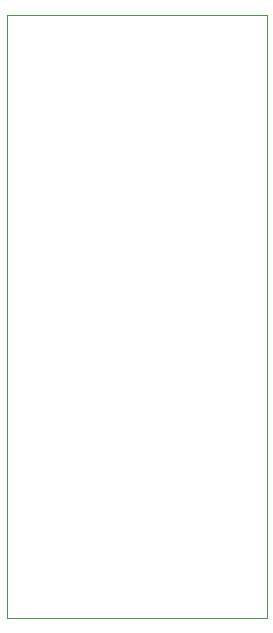
<source format=gbr>
G04 EAGLE Gerber RS-274X export*
G75*
%MOMM*%
%FSLAX34Y34*%
%LPD*%
%AMOC8*
5,1,8,0,0,1.08239X$1,22.5*%
G01*
%ADD10C,0.025400*%


D10*
X0Y0D02*
X220000Y0D01*
X220000Y510000D02*
X0Y510000D01*
X0Y0D01*
X220000Y0D02*
X220000Y510000D01*
M02*

</source>
